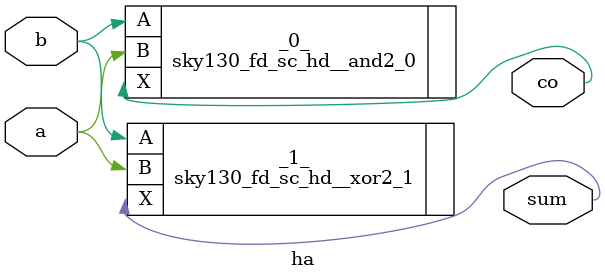
<source format=v>
/* Generated by Yosys 0.33+112 (git sha1 3e02b63ee, clang 10.0.0-4ubuntu1 -fPIC -Os) */

module ha(a, b, sum, co);
  input a;
  wire a;
  input b;
  wire b;
  output co;
  wire co;
  output sum;
  wire sum;
  sky130_fd_sc_hd__and2_0 _0_ (
    .A(b),
    .B(a),
    .X(co)
  );
  sky130_fd_sc_hd__xor2_1 _1_ (
    .A(b),
    .B(a),
    .X(sum)
  );
endmodule

</source>
